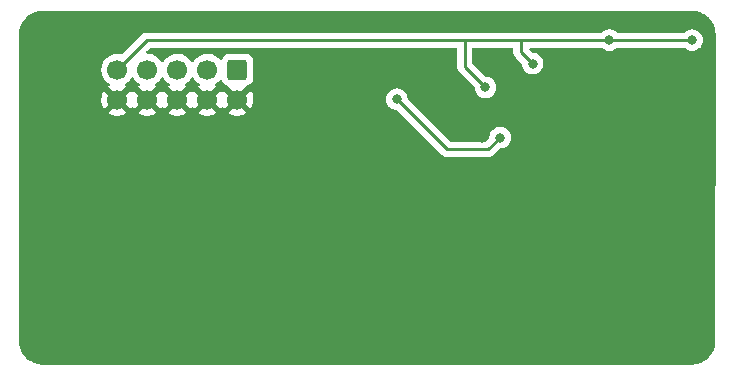
<source format=gbr>
%TF.GenerationSoftware,KiCad,Pcbnew,(6.0.5)*%
%TF.CreationDate,2022-09-01T18:41:32+02:00*%
%TF.ProjectId,4_Touch_Sensor_Board,345f546f-7563-4685-9f53-656e736f725f,rev?*%
%TF.SameCoordinates,Original*%
%TF.FileFunction,Copper,L2,Bot*%
%TF.FilePolarity,Positive*%
%FSLAX46Y46*%
G04 Gerber Fmt 4.6, Leading zero omitted, Abs format (unit mm)*
G04 Created by KiCad (PCBNEW (6.0.5)) date 2022-09-01 18:41:32*
%MOMM*%
%LPD*%
G01*
G04 APERTURE LIST*
G04 Aperture macros list*
%AMRoundRect*
0 Rectangle with rounded corners*
0 $1 Rounding radius*
0 $2 $3 $4 $5 $6 $7 $8 $9 X,Y pos of 4 corners*
0 Add a 4 corners polygon primitive as box body*
4,1,4,$2,$3,$4,$5,$6,$7,$8,$9,$2,$3,0*
0 Add four circle primitives for the rounded corners*
1,1,$1+$1,$2,$3*
1,1,$1+$1,$4,$5*
1,1,$1+$1,$6,$7*
1,1,$1+$1,$8,$9*
0 Add four rect primitives between the rounded corners*
20,1,$1+$1,$2,$3,$4,$5,0*
20,1,$1+$1,$4,$5,$6,$7,0*
20,1,$1+$1,$6,$7,$8,$9,0*
20,1,$1+$1,$8,$9,$2,$3,0*%
G04 Aperture macros list end*
%TA.AperFunction,ComponentPad*%
%ADD10RoundRect,0.250000X-0.600000X0.600000X-0.600000X-0.600000X0.600000X-0.600000X0.600000X0.600000X0*%
%TD*%
%TA.AperFunction,ComponentPad*%
%ADD11C,1.700000*%
%TD*%
%TA.AperFunction,ViaPad*%
%ADD12C,0.800000*%
%TD*%
%TA.AperFunction,Conductor*%
%ADD13C,0.250000*%
%TD*%
G04 APERTURE END LIST*
D10*
%TO.P,J1,1,Pin_1*%
%TO.N,Out_0*%
X99000000Y-55500000D03*
D11*
%TO.P,J1,2,Pin_2*%
%TO.N,GND*%
X99000000Y-58040000D03*
%TO.P,J1,3,Pin_3*%
%TO.N,Out_1*%
X96460000Y-55500000D03*
%TO.P,J1,4,Pin_4*%
%TO.N,GND*%
X96460000Y-58040000D03*
%TO.P,J1,5,Pin_5*%
%TO.N,Out_2*%
X93920000Y-55500000D03*
%TO.P,J1,6,Pin_6*%
%TO.N,GND*%
X93920000Y-58040000D03*
%TO.P,J1,7,Pin_7*%
%TO.N,Out_3*%
X91380000Y-55500000D03*
%TO.P,J1,8,Pin_8*%
%TO.N,GND*%
X91380000Y-58040000D03*
%TO.P,J1,9,Pin_9*%
%TO.N,+3V3*%
X88840000Y-55500000D03*
%TO.P,J1,10,Pin_10*%
%TO.N,GND*%
X88840000Y-58040000D03*
%TD*%
D12*
%TO.N,GND*%
X119750000Y-61250000D03*
X121000000Y-64000000D03*
X130000000Y-60000000D03*
X111250000Y-55252000D03*
X106000000Y-64000000D03*
X137000000Y-64000000D03*
X137500000Y-59250000D03*
X117500000Y-57000000D03*
X124000000Y-60000000D03*
X90000000Y-64000000D03*
%TO.N,+3V3*%
X120000000Y-57000000D03*
X137500000Y-53000000D03*
X130500000Y-53000000D03*
X124000000Y-55000000D03*
%TO.N,Net-(JP4-Pad2)*%
X121250000Y-61250000D03*
X112500000Y-58000000D03*
%TD*%
D13*
%TO.N,+3V3*%
X123000000Y-54000000D02*
X124000000Y-55000000D01*
X130500000Y-53000000D02*
X137500000Y-53000000D01*
X118250000Y-55250000D02*
X120000000Y-57000000D01*
X91340000Y-53000000D02*
X116750000Y-53000000D01*
X118250000Y-53000000D02*
X118250000Y-53500000D01*
X116750000Y-53000000D02*
X118250000Y-53000000D01*
X118250000Y-53500000D02*
X118250000Y-55250000D01*
X88840000Y-55500000D02*
X91340000Y-53000000D01*
X123000000Y-53000000D02*
X123000000Y-54000000D01*
X123000000Y-53000000D02*
X130500000Y-53000000D01*
X118250000Y-53000000D02*
X123000000Y-53000000D01*
%TO.N,Net-(JP4-Pad2)*%
X120250000Y-62250000D02*
X121250000Y-61250000D01*
X116750000Y-62250000D02*
X120250000Y-62250000D01*
X112500000Y-58000000D02*
X116750000Y-62250000D01*
%TD*%
%TA.AperFunction,Conductor*%
%TO.N,GND*%
G36*
X137470018Y-50510000D02*
G01*
X137484851Y-50512310D01*
X137484855Y-50512310D01*
X137493724Y-50513691D01*
X137510012Y-50511561D01*
X137534589Y-50510767D01*
X137561441Y-50512527D01*
X137751701Y-50524998D01*
X137768041Y-50527149D01*
X137887691Y-50550949D01*
X138007343Y-50574749D01*
X138023257Y-50579013D01*
X138138776Y-50618227D01*
X138254292Y-50657439D01*
X138269519Y-50663746D01*
X138488342Y-50771657D01*
X138502616Y-50779898D01*
X138705478Y-50915447D01*
X138718553Y-50925480D01*
X138901993Y-51086352D01*
X138913648Y-51098007D01*
X139074520Y-51281447D01*
X139084553Y-51294522D01*
X139220102Y-51497384D01*
X139228343Y-51511658D01*
X139336254Y-51730481D01*
X139342561Y-51745708D01*
X139420986Y-51976740D01*
X139425252Y-51992660D01*
X139472851Y-52231959D01*
X139475002Y-52248299D01*
X139488763Y-52458236D01*
X139487733Y-52481350D01*
X139487690Y-52484853D01*
X139486309Y-52493724D01*
X139490409Y-52525074D01*
X139491471Y-52541488D01*
X139473767Y-78432736D01*
X139472266Y-78452033D01*
X139468542Y-78475950D01*
X139470672Y-78492240D01*
X139471466Y-78516817D01*
X139457232Y-78733927D01*
X139455081Y-78750266D01*
X139407480Y-78989565D01*
X139403214Y-79005486D01*
X139324787Y-79236517D01*
X139318480Y-79251743D01*
X139210565Y-79470570D01*
X139202324Y-79484843D01*
X139066774Y-79687707D01*
X139056748Y-79700774D01*
X138895858Y-79884232D01*
X138884232Y-79895858D01*
X138700774Y-80056748D01*
X138687707Y-80066774D01*
X138484843Y-80202324D01*
X138470570Y-80210565D01*
X138251743Y-80318480D01*
X138236517Y-80324787D01*
X138121001Y-80364001D01*
X138005482Y-80403215D01*
X137989565Y-80407480D01*
X137750266Y-80455081D01*
X137733926Y-80457232D01*
X137523983Y-80470995D01*
X137500860Y-80469966D01*
X137497377Y-80469924D01*
X137488502Y-80468542D01*
X137456945Y-80472669D01*
X137440606Y-80473733D01*
X82567139Y-80473733D01*
X82547751Y-80472232D01*
X82532927Y-80469924D01*
X82532925Y-80469924D01*
X82524050Y-80468542D01*
X82507760Y-80470672D01*
X82483185Y-80471466D01*
X82400012Y-80466013D01*
X82266073Y-80457232D01*
X82249734Y-80455081D01*
X82010435Y-80407480D01*
X81994518Y-80403215D01*
X81878999Y-80364001D01*
X81763483Y-80324787D01*
X81748257Y-80318480D01*
X81529430Y-80210565D01*
X81515157Y-80202324D01*
X81312293Y-80066774D01*
X81299226Y-80056748D01*
X81115768Y-79895858D01*
X81104142Y-79884232D01*
X80943252Y-79700774D01*
X80933226Y-79687707D01*
X80797676Y-79484843D01*
X80789435Y-79470570D01*
X80681520Y-79251743D01*
X80675213Y-79236517D01*
X80596786Y-79005486D01*
X80592520Y-78989565D01*
X80544919Y-78750266D01*
X80542768Y-78733926D01*
X80529005Y-78523983D01*
X80530034Y-78500860D01*
X80530076Y-78497377D01*
X80531458Y-78488502D01*
X80527301Y-78456719D01*
X80526238Y-78440474D01*
X80526238Y-78439688D01*
X80513057Y-59164853D01*
X88079977Y-59164853D01*
X88085258Y-59171907D01*
X88246756Y-59266279D01*
X88256042Y-59270729D01*
X88455001Y-59346703D01*
X88464899Y-59349579D01*
X88673595Y-59392038D01*
X88683823Y-59393257D01*
X88896650Y-59401062D01*
X88906936Y-59400595D01*
X89118185Y-59373534D01*
X89128262Y-59371392D01*
X89332255Y-59310191D01*
X89341842Y-59306433D01*
X89533098Y-59212738D01*
X89541944Y-59207465D01*
X89589247Y-59173723D01*
X89596211Y-59164853D01*
X90619977Y-59164853D01*
X90625258Y-59171907D01*
X90786756Y-59266279D01*
X90796042Y-59270729D01*
X90995001Y-59346703D01*
X91004899Y-59349579D01*
X91213595Y-59392038D01*
X91223823Y-59393257D01*
X91436650Y-59401062D01*
X91446936Y-59400595D01*
X91658185Y-59373534D01*
X91668262Y-59371392D01*
X91872255Y-59310191D01*
X91881842Y-59306433D01*
X92073098Y-59212738D01*
X92081944Y-59207465D01*
X92129247Y-59173723D01*
X92136211Y-59164853D01*
X93159977Y-59164853D01*
X93165258Y-59171907D01*
X93326756Y-59266279D01*
X93336042Y-59270729D01*
X93535001Y-59346703D01*
X93544899Y-59349579D01*
X93753595Y-59392038D01*
X93763823Y-59393257D01*
X93976650Y-59401062D01*
X93986936Y-59400595D01*
X94198185Y-59373534D01*
X94208262Y-59371392D01*
X94412255Y-59310191D01*
X94421842Y-59306433D01*
X94613098Y-59212738D01*
X94621944Y-59207465D01*
X94669247Y-59173723D01*
X94676211Y-59164853D01*
X95699977Y-59164853D01*
X95705258Y-59171907D01*
X95866756Y-59266279D01*
X95876042Y-59270729D01*
X96075001Y-59346703D01*
X96084899Y-59349579D01*
X96293595Y-59392038D01*
X96303823Y-59393257D01*
X96516650Y-59401062D01*
X96526936Y-59400595D01*
X96738185Y-59373534D01*
X96748262Y-59371392D01*
X96952255Y-59310191D01*
X96961842Y-59306433D01*
X97153098Y-59212738D01*
X97161944Y-59207465D01*
X97209247Y-59173723D01*
X97216211Y-59164853D01*
X98239977Y-59164853D01*
X98245258Y-59171907D01*
X98406756Y-59266279D01*
X98416042Y-59270729D01*
X98615001Y-59346703D01*
X98624899Y-59349579D01*
X98833595Y-59392038D01*
X98843823Y-59393257D01*
X99056650Y-59401062D01*
X99066936Y-59400595D01*
X99278185Y-59373534D01*
X99288262Y-59371392D01*
X99492255Y-59310191D01*
X99501842Y-59306433D01*
X99693098Y-59212738D01*
X99701944Y-59207465D01*
X99749247Y-59173723D01*
X99757648Y-59163023D01*
X99750660Y-59149870D01*
X99012812Y-58412022D01*
X98998868Y-58404408D01*
X98997035Y-58404539D01*
X98990420Y-58408790D01*
X98246737Y-59152473D01*
X98239977Y-59164853D01*
X97216211Y-59164853D01*
X97217648Y-59163023D01*
X97210660Y-59149870D01*
X96472812Y-58412022D01*
X96458868Y-58404408D01*
X96457035Y-58404539D01*
X96450420Y-58408790D01*
X95706737Y-59152473D01*
X95699977Y-59164853D01*
X94676211Y-59164853D01*
X94677648Y-59163023D01*
X94670660Y-59149870D01*
X93932812Y-58412022D01*
X93918868Y-58404408D01*
X93917035Y-58404539D01*
X93910420Y-58408790D01*
X93166737Y-59152473D01*
X93159977Y-59164853D01*
X92136211Y-59164853D01*
X92137648Y-59163023D01*
X92130660Y-59149870D01*
X91392812Y-58412022D01*
X91378868Y-58404408D01*
X91377035Y-58404539D01*
X91370420Y-58408790D01*
X90626737Y-59152473D01*
X90619977Y-59164853D01*
X89596211Y-59164853D01*
X89597648Y-59163023D01*
X89590660Y-59149870D01*
X88852812Y-58412022D01*
X88838868Y-58404408D01*
X88837035Y-58404539D01*
X88830420Y-58408790D01*
X88086737Y-59152473D01*
X88079977Y-59164853D01*
X80513057Y-59164853D01*
X80512269Y-58011863D01*
X87478050Y-58011863D01*
X87490309Y-58224477D01*
X87491745Y-58234697D01*
X87538565Y-58442446D01*
X87541645Y-58452275D01*
X87621770Y-58649603D01*
X87626413Y-58658794D01*
X87706460Y-58789420D01*
X87716916Y-58798880D01*
X87725694Y-58795096D01*
X88467978Y-58052812D01*
X88474356Y-58041132D01*
X89204408Y-58041132D01*
X89204539Y-58042965D01*
X89208790Y-58049580D01*
X89950474Y-58791264D01*
X89962484Y-58797823D01*
X89974223Y-58788855D01*
X90008022Y-58741819D01*
X90009149Y-58742629D01*
X90056659Y-58698881D01*
X90126596Y-58686661D01*
X90192038Y-58714191D01*
X90219870Y-58746029D01*
X90246459Y-58789419D01*
X90256916Y-58798880D01*
X90265694Y-58795096D01*
X91007978Y-58052812D01*
X91014356Y-58041132D01*
X91744408Y-58041132D01*
X91744539Y-58042965D01*
X91748790Y-58049580D01*
X92490474Y-58791264D01*
X92502484Y-58797823D01*
X92514223Y-58788855D01*
X92548022Y-58741819D01*
X92549149Y-58742629D01*
X92596659Y-58698881D01*
X92666596Y-58686661D01*
X92732038Y-58714191D01*
X92759870Y-58746029D01*
X92786459Y-58789419D01*
X92796916Y-58798880D01*
X92805694Y-58795096D01*
X93547978Y-58052812D01*
X93554356Y-58041132D01*
X94284408Y-58041132D01*
X94284539Y-58042965D01*
X94288790Y-58049580D01*
X95030474Y-58791264D01*
X95042484Y-58797823D01*
X95054223Y-58788855D01*
X95088022Y-58741819D01*
X95089149Y-58742629D01*
X95136659Y-58698881D01*
X95206596Y-58686661D01*
X95272038Y-58714191D01*
X95299870Y-58746029D01*
X95326459Y-58789419D01*
X95336916Y-58798880D01*
X95345694Y-58795096D01*
X96087978Y-58052812D01*
X96094356Y-58041132D01*
X96824408Y-58041132D01*
X96824539Y-58042965D01*
X96828790Y-58049580D01*
X97570474Y-58791264D01*
X97582484Y-58797823D01*
X97594223Y-58788855D01*
X97628022Y-58741819D01*
X97629149Y-58742629D01*
X97676659Y-58698881D01*
X97746596Y-58686661D01*
X97812038Y-58714191D01*
X97839870Y-58746029D01*
X97866459Y-58789419D01*
X97876916Y-58798880D01*
X97885694Y-58795096D01*
X98627978Y-58052812D01*
X98634356Y-58041132D01*
X99364408Y-58041132D01*
X99364539Y-58042965D01*
X99368790Y-58049580D01*
X100110474Y-58791264D01*
X100122484Y-58797823D01*
X100134223Y-58788855D01*
X100165004Y-58746019D01*
X100170315Y-58737180D01*
X100264670Y-58546267D01*
X100268469Y-58536672D01*
X100330376Y-58332915D01*
X100332555Y-58322834D01*
X100360590Y-58109887D01*
X100361109Y-58103212D01*
X100362572Y-58043364D01*
X100362378Y-58036646D01*
X100359365Y-58000000D01*
X111586496Y-58000000D01*
X111606458Y-58189928D01*
X111665473Y-58371556D01*
X111760960Y-58536944D01*
X111765378Y-58541851D01*
X111765379Y-58541852D01*
X111870674Y-58658794D01*
X111888747Y-58678866D01*
X112043248Y-58791118D01*
X112049276Y-58793802D01*
X112049278Y-58793803D01*
X112211681Y-58866109D01*
X112217712Y-58868794D01*
X112311113Y-58888647D01*
X112398056Y-58907128D01*
X112398061Y-58907128D01*
X112404513Y-58908500D01*
X112460406Y-58908500D01*
X112528527Y-58928502D01*
X112549501Y-58945405D01*
X116246343Y-62642247D01*
X116253887Y-62650537D01*
X116258000Y-62657018D01*
X116263777Y-62662443D01*
X116307667Y-62703658D01*
X116310509Y-62706413D01*
X116330231Y-62726135D01*
X116333355Y-62728558D01*
X116333359Y-62728562D01*
X116333424Y-62728612D01*
X116342445Y-62736317D01*
X116374679Y-62766586D01*
X116381627Y-62770405D01*
X116381629Y-62770407D01*
X116392432Y-62776346D01*
X116408959Y-62787202D01*
X116418698Y-62794757D01*
X116418700Y-62794758D01*
X116424960Y-62799614D01*
X116465540Y-62817174D01*
X116476188Y-62822391D01*
X116500976Y-62836018D01*
X116514940Y-62843695D01*
X116522616Y-62845666D01*
X116522619Y-62845667D01*
X116534562Y-62848733D01*
X116553267Y-62855137D01*
X116571855Y-62863181D01*
X116579678Y-62864420D01*
X116579688Y-62864423D01*
X116615524Y-62870099D01*
X116627144Y-62872505D01*
X116658959Y-62880673D01*
X116669970Y-62883500D01*
X116690224Y-62883500D01*
X116709934Y-62885051D01*
X116729943Y-62888220D01*
X116737835Y-62887474D01*
X116756580Y-62885702D01*
X116773962Y-62884059D01*
X116785819Y-62883500D01*
X120171233Y-62883500D01*
X120182416Y-62884027D01*
X120189909Y-62885702D01*
X120197835Y-62885453D01*
X120197836Y-62885453D01*
X120257986Y-62883562D01*
X120261945Y-62883500D01*
X120289856Y-62883500D01*
X120293791Y-62883003D01*
X120293856Y-62882995D01*
X120305693Y-62882062D01*
X120337951Y-62881048D01*
X120341970Y-62880922D01*
X120349889Y-62880673D01*
X120369343Y-62875021D01*
X120388700Y-62871013D01*
X120400930Y-62869468D01*
X120400931Y-62869468D01*
X120408797Y-62868474D01*
X120416168Y-62865555D01*
X120416170Y-62865555D01*
X120449912Y-62852196D01*
X120461142Y-62848351D01*
X120495983Y-62838229D01*
X120495984Y-62838229D01*
X120503593Y-62836018D01*
X120510412Y-62831985D01*
X120510417Y-62831983D01*
X120521028Y-62825707D01*
X120538776Y-62817012D01*
X120557617Y-62809552D01*
X120593387Y-62783564D01*
X120603307Y-62777048D01*
X120634535Y-62758580D01*
X120634538Y-62758578D01*
X120641362Y-62754542D01*
X120655683Y-62740221D01*
X120670717Y-62727380D01*
X120672431Y-62726135D01*
X120687107Y-62715472D01*
X120715298Y-62681395D01*
X120723288Y-62672616D01*
X121200499Y-62195405D01*
X121262811Y-62161379D01*
X121289594Y-62158500D01*
X121345487Y-62158500D01*
X121351939Y-62157128D01*
X121351944Y-62157128D01*
X121438888Y-62138647D01*
X121532288Y-62118794D01*
X121538319Y-62116109D01*
X121700722Y-62043803D01*
X121700724Y-62043802D01*
X121706752Y-62041118D01*
X121861253Y-61928866D01*
X121989040Y-61786944D01*
X122084527Y-61621556D01*
X122143542Y-61439928D01*
X122163504Y-61250000D01*
X122143542Y-61060072D01*
X122084527Y-60878444D01*
X121989040Y-60713056D01*
X121861253Y-60571134D01*
X121706752Y-60458882D01*
X121700724Y-60456198D01*
X121700722Y-60456197D01*
X121538319Y-60383891D01*
X121538318Y-60383891D01*
X121532288Y-60381206D01*
X121438887Y-60361353D01*
X121351944Y-60342872D01*
X121351939Y-60342872D01*
X121345487Y-60341500D01*
X121154513Y-60341500D01*
X121148061Y-60342872D01*
X121148056Y-60342872D01*
X121061113Y-60361353D01*
X120967712Y-60381206D01*
X120961682Y-60383891D01*
X120961681Y-60383891D01*
X120799278Y-60456197D01*
X120799276Y-60456198D01*
X120793248Y-60458882D01*
X120638747Y-60571134D01*
X120510960Y-60713056D01*
X120415473Y-60878444D01*
X120356458Y-61060072D01*
X120355768Y-61066633D01*
X120355768Y-61066635D01*
X120339093Y-61225292D01*
X120312080Y-61290949D01*
X120302878Y-61301218D01*
X120024499Y-61579596D01*
X119962187Y-61613621D01*
X119935404Y-61616500D01*
X117064594Y-61616500D01*
X116996473Y-61596498D01*
X116975499Y-61579595D01*
X113447122Y-58051217D01*
X113413096Y-57988905D01*
X113410907Y-57975292D01*
X113394232Y-57816635D01*
X113394232Y-57816633D01*
X113393542Y-57810072D01*
X113334527Y-57628444D01*
X113239040Y-57463056D01*
X113156705Y-57371613D01*
X113115675Y-57326045D01*
X113115674Y-57326044D01*
X113111253Y-57321134D01*
X112956752Y-57208882D01*
X112950724Y-57206198D01*
X112950722Y-57206197D01*
X112788319Y-57133891D01*
X112788318Y-57133891D01*
X112782288Y-57131206D01*
X112688888Y-57111353D01*
X112601944Y-57092872D01*
X112601939Y-57092872D01*
X112595487Y-57091500D01*
X112404513Y-57091500D01*
X112398061Y-57092872D01*
X112398056Y-57092872D01*
X112311112Y-57111353D01*
X112217712Y-57131206D01*
X112211682Y-57133891D01*
X112211681Y-57133891D01*
X112049278Y-57206197D01*
X112049276Y-57206198D01*
X112043248Y-57208882D01*
X111888747Y-57321134D01*
X111884326Y-57326044D01*
X111884325Y-57326045D01*
X111843296Y-57371613D01*
X111760960Y-57463056D01*
X111665473Y-57628444D01*
X111606458Y-57810072D01*
X111586496Y-58000000D01*
X100359365Y-58000000D01*
X100344781Y-57822604D01*
X100343096Y-57812424D01*
X100291214Y-57605875D01*
X100287894Y-57596124D01*
X100202972Y-57400814D01*
X100198105Y-57391739D01*
X100133063Y-57291197D01*
X100122377Y-57281995D01*
X100112812Y-57286398D01*
X99372022Y-58027188D01*
X99364408Y-58041132D01*
X98634356Y-58041132D01*
X98635592Y-58038868D01*
X98635461Y-58037035D01*
X98631210Y-58030420D01*
X97889849Y-57289059D01*
X97878313Y-57282759D01*
X97866028Y-57292384D01*
X97833192Y-57340520D01*
X97778281Y-57385523D01*
X97707756Y-57393694D01*
X97644009Y-57362440D01*
X97623311Y-57337955D01*
X97593062Y-57291197D01*
X97582377Y-57281995D01*
X97572812Y-57286398D01*
X96832022Y-58027188D01*
X96824408Y-58041132D01*
X96094356Y-58041132D01*
X96095592Y-58038868D01*
X96095461Y-58037035D01*
X96091210Y-58030420D01*
X95349849Y-57289059D01*
X95338313Y-57282759D01*
X95326028Y-57292384D01*
X95293192Y-57340520D01*
X95238281Y-57385523D01*
X95167756Y-57393694D01*
X95104009Y-57362440D01*
X95083311Y-57337955D01*
X95053062Y-57291197D01*
X95042377Y-57281995D01*
X95032812Y-57286398D01*
X94292022Y-58027188D01*
X94284408Y-58041132D01*
X93554356Y-58041132D01*
X93555592Y-58038868D01*
X93555461Y-58037035D01*
X93551210Y-58030420D01*
X92809849Y-57289059D01*
X92798313Y-57282759D01*
X92786028Y-57292384D01*
X92753192Y-57340520D01*
X92698281Y-57385523D01*
X92627756Y-57393694D01*
X92564009Y-57362440D01*
X92543311Y-57337955D01*
X92513062Y-57291197D01*
X92502377Y-57281995D01*
X92492812Y-57286398D01*
X91752022Y-58027188D01*
X91744408Y-58041132D01*
X91014356Y-58041132D01*
X91015592Y-58038868D01*
X91015461Y-58037035D01*
X91011210Y-58030420D01*
X90269849Y-57289059D01*
X90258313Y-57282759D01*
X90246028Y-57292384D01*
X90213192Y-57340520D01*
X90158281Y-57385523D01*
X90087756Y-57393694D01*
X90024009Y-57362440D01*
X90003311Y-57337955D01*
X89973062Y-57291197D01*
X89962377Y-57281995D01*
X89952812Y-57286398D01*
X89212022Y-58027188D01*
X89204408Y-58041132D01*
X88474356Y-58041132D01*
X88475592Y-58038868D01*
X88475461Y-58037035D01*
X88471210Y-58030420D01*
X87729849Y-57289059D01*
X87718313Y-57282759D01*
X87706031Y-57292382D01*
X87658089Y-57362662D01*
X87653004Y-57371613D01*
X87563338Y-57564783D01*
X87559775Y-57574470D01*
X87502864Y-57779681D01*
X87500933Y-57789800D01*
X87478302Y-58001574D01*
X87478050Y-58011863D01*
X80512269Y-58011863D01*
X80510528Y-55466695D01*
X87477251Y-55466695D01*
X87477548Y-55471848D01*
X87477548Y-55471851D01*
X87488148Y-55655683D01*
X87490110Y-55689715D01*
X87491247Y-55694761D01*
X87491248Y-55694767D01*
X87495875Y-55715298D01*
X87539222Y-55907639D01*
X87571723Y-55987680D01*
X87613880Y-56091500D01*
X87623266Y-56114616D01*
X87674942Y-56198944D01*
X87737291Y-56300688D01*
X87739987Y-56305088D01*
X87886250Y-56473938D01*
X88058126Y-56616632D01*
X88131955Y-56659774D01*
X88180679Y-56711412D01*
X88193750Y-56781195D01*
X88167019Y-56846967D01*
X88126562Y-56880327D01*
X88118460Y-56884544D01*
X88109734Y-56890039D01*
X88089677Y-56905099D01*
X88081223Y-56916427D01*
X88087968Y-56928758D01*
X88827188Y-57667978D01*
X88841132Y-57675592D01*
X88842965Y-57675461D01*
X88849580Y-57671210D01*
X89593389Y-56927401D01*
X89600410Y-56914544D01*
X89593611Y-56905213D01*
X89589559Y-56902521D01*
X89552602Y-56882120D01*
X89502631Y-56831687D01*
X89487859Y-56762245D01*
X89512975Y-56695839D01*
X89540327Y-56669232D01*
X89563797Y-56652491D01*
X89719860Y-56541173D01*
X89878096Y-56383489D01*
X89919374Y-56326045D01*
X90008453Y-56202077D01*
X90009776Y-56203028D01*
X90056645Y-56159857D01*
X90126580Y-56147625D01*
X90192026Y-56175144D01*
X90219875Y-56206994D01*
X90279987Y-56305088D01*
X90426250Y-56473938D01*
X90598126Y-56616632D01*
X90671955Y-56659774D01*
X90720679Y-56711412D01*
X90733750Y-56781195D01*
X90707019Y-56846967D01*
X90666562Y-56880327D01*
X90658460Y-56884544D01*
X90649734Y-56890039D01*
X90629677Y-56905099D01*
X90621223Y-56916427D01*
X90627968Y-56928758D01*
X91367188Y-57667978D01*
X91381132Y-57675592D01*
X91382965Y-57675461D01*
X91389580Y-57671210D01*
X92133389Y-56927401D01*
X92140410Y-56914544D01*
X92133611Y-56905213D01*
X92129559Y-56902521D01*
X92092602Y-56882120D01*
X92042631Y-56831687D01*
X92027859Y-56762245D01*
X92052975Y-56695839D01*
X92080327Y-56669232D01*
X92103797Y-56652491D01*
X92259860Y-56541173D01*
X92418096Y-56383489D01*
X92459374Y-56326045D01*
X92548453Y-56202077D01*
X92549776Y-56203028D01*
X92596645Y-56159857D01*
X92666580Y-56147625D01*
X92732026Y-56175144D01*
X92759875Y-56206994D01*
X92819987Y-56305088D01*
X92966250Y-56473938D01*
X93138126Y-56616632D01*
X93211955Y-56659774D01*
X93260679Y-56711412D01*
X93273750Y-56781195D01*
X93247019Y-56846967D01*
X93206562Y-56880327D01*
X93198460Y-56884544D01*
X93189734Y-56890039D01*
X93169677Y-56905099D01*
X93161223Y-56916427D01*
X93167968Y-56928758D01*
X93907188Y-57667978D01*
X93921132Y-57675592D01*
X93922965Y-57675461D01*
X93929580Y-57671210D01*
X94673389Y-56927401D01*
X94680410Y-56914544D01*
X94673611Y-56905213D01*
X94669559Y-56902521D01*
X94632602Y-56882120D01*
X94582631Y-56831687D01*
X94567859Y-56762245D01*
X94592975Y-56695839D01*
X94620327Y-56669232D01*
X94643797Y-56652491D01*
X94799860Y-56541173D01*
X94958096Y-56383489D01*
X94999374Y-56326045D01*
X95088453Y-56202077D01*
X95089776Y-56203028D01*
X95136645Y-56159857D01*
X95206580Y-56147625D01*
X95272026Y-56175144D01*
X95299875Y-56206994D01*
X95359987Y-56305088D01*
X95506250Y-56473938D01*
X95678126Y-56616632D01*
X95751955Y-56659774D01*
X95800679Y-56711412D01*
X95813750Y-56781195D01*
X95787019Y-56846967D01*
X95746562Y-56880327D01*
X95738460Y-56884544D01*
X95729734Y-56890039D01*
X95709677Y-56905099D01*
X95701223Y-56916427D01*
X95707968Y-56928758D01*
X96447188Y-57667978D01*
X96461132Y-57675592D01*
X96462965Y-57675461D01*
X96469580Y-57671210D01*
X97213389Y-56927401D01*
X97220410Y-56914544D01*
X97213611Y-56905213D01*
X97209559Y-56902521D01*
X97172602Y-56882120D01*
X97122631Y-56831687D01*
X97107859Y-56762245D01*
X97132975Y-56695839D01*
X97160327Y-56669232D01*
X97183797Y-56652491D01*
X97339860Y-56541173D01*
X97498096Y-56383489D01*
X97498671Y-56384066D01*
X97554391Y-56347562D01*
X97625385Y-56346939D01*
X97685446Y-56384796D01*
X97705051Y-56414691D01*
X97706133Y-56417000D01*
X97708450Y-56423946D01*
X97801522Y-56574348D01*
X97926697Y-56699305D01*
X97932927Y-56703145D01*
X97932928Y-56703146D01*
X98070090Y-56787694D01*
X98077262Y-56792115D01*
X98131401Y-56810072D01*
X98152219Y-56816977D01*
X98210579Y-56857407D01*
X98221299Y-56883211D01*
X98222650Y-56882472D01*
X98247968Y-56928758D01*
X98987188Y-57667978D01*
X99001132Y-57675592D01*
X99002965Y-57675461D01*
X99009580Y-57671210D01*
X99753389Y-56927401D01*
X99776183Y-56885659D01*
X99778357Y-56875666D01*
X99828561Y-56825466D01*
X99849066Y-56816532D01*
X99887246Y-56803794D01*
X99923946Y-56791550D01*
X100074348Y-56698478D01*
X100199305Y-56573303D01*
X100221357Y-56537529D01*
X100288275Y-56428968D01*
X100288276Y-56428966D01*
X100292115Y-56422738D01*
X100318564Y-56342995D01*
X100345632Y-56261389D01*
X100345632Y-56261387D01*
X100347797Y-56254861D01*
X100358500Y-56150400D01*
X100358500Y-54849600D01*
X100358163Y-54846350D01*
X100348238Y-54750692D01*
X100348237Y-54750688D01*
X100347526Y-54743834D01*
X100313598Y-54642138D01*
X100293868Y-54583002D01*
X100291550Y-54576054D01*
X100198478Y-54425652D01*
X100073303Y-54300695D01*
X100039021Y-54279563D01*
X99928968Y-54211725D01*
X99928966Y-54211724D01*
X99922738Y-54207885D01*
X99818084Y-54173173D01*
X99761389Y-54154368D01*
X99761387Y-54154368D01*
X99754861Y-54152203D01*
X99748025Y-54151503D01*
X99748022Y-54151502D01*
X99701640Y-54146750D01*
X99650400Y-54141500D01*
X98349600Y-54141500D01*
X98346354Y-54141837D01*
X98346350Y-54141837D01*
X98250692Y-54151762D01*
X98250688Y-54151763D01*
X98243834Y-54152474D01*
X98237298Y-54154655D01*
X98237296Y-54154655D01*
X98174631Y-54175562D01*
X98076054Y-54208450D01*
X97925652Y-54301522D01*
X97920479Y-54306704D01*
X97862686Y-54364598D01*
X97800695Y-54426697D01*
X97796855Y-54432927D01*
X97796854Y-54432928D01*
X97751275Y-54506870D01*
X97707885Y-54577262D01*
X97705579Y-54584213D01*
X97703561Y-54588542D01*
X97656644Y-54641828D01*
X97588367Y-54661290D01*
X97520407Y-54640749D01*
X97496172Y-54620094D01*
X97393152Y-54506876D01*
X97393142Y-54506867D01*
X97389670Y-54503051D01*
X97385619Y-54499852D01*
X97385615Y-54499848D01*
X97218414Y-54367800D01*
X97218410Y-54367798D01*
X97214359Y-54364598D01*
X97193906Y-54353307D01*
X97135624Y-54321134D01*
X97018789Y-54256638D01*
X97013920Y-54254914D01*
X97013916Y-54254912D01*
X96813087Y-54183795D01*
X96813083Y-54183794D01*
X96808212Y-54182069D01*
X96803119Y-54181162D01*
X96803116Y-54181161D01*
X96593373Y-54143800D01*
X96593367Y-54143799D01*
X96588284Y-54142894D01*
X96514452Y-54141992D01*
X96370081Y-54140228D01*
X96370079Y-54140228D01*
X96364911Y-54140165D01*
X96144091Y-54173955D01*
X95931756Y-54243357D01*
X95901443Y-54259137D01*
X95811678Y-54305866D01*
X95733607Y-54346507D01*
X95729474Y-54349610D01*
X95729471Y-54349612D01*
X95564750Y-54473288D01*
X95554965Y-54480635D01*
X95400629Y-54642138D01*
X95293201Y-54799621D01*
X95238293Y-54844621D01*
X95167768Y-54852792D01*
X95104021Y-54821538D01*
X95083324Y-54797054D01*
X95002822Y-54672617D01*
X95002820Y-54672614D01*
X95000014Y-54668277D01*
X94849670Y-54503051D01*
X94845619Y-54499852D01*
X94845615Y-54499848D01*
X94678414Y-54367800D01*
X94678410Y-54367798D01*
X94674359Y-54364598D01*
X94653906Y-54353307D01*
X94595624Y-54321134D01*
X94478789Y-54256638D01*
X94473920Y-54254914D01*
X94473916Y-54254912D01*
X94273087Y-54183795D01*
X94273083Y-54183794D01*
X94268212Y-54182069D01*
X94263119Y-54181162D01*
X94263116Y-54181161D01*
X94053373Y-54143800D01*
X94053367Y-54143799D01*
X94048284Y-54142894D01*
X93974452Y-54141992D01*
X93830081Y-54140228D01*
X93830079Y-54140228D01*
X93824911Y-54140165D01*
X93604091Y-54173955D01*
X93391756Y-54243357D01*
X93361443Y-54259137D01*
X93271678Y-54305866D01*
X93193607Y-54346507D01*
X93189474Y-54349610D01*
X93189471Y-54349612D01*
X93024750Y-54473288D01*
X93014965Y-54480635D01*
X92860629Y-54642138D01*
X92753201Y-54799621D01*
X92698293Y-54844621D01*
X92627768Y-54852792D01*
X92564021Y-54821538D01*
X92543324Y-54797054D01*
X92462822Y-54672617D01*
X92462820Y-54672614D01*
X92460014Y-54668277D01*
X92309670Y-54503051D01*
X92305619Y-54499852D01*
X92305615Y-54499848D01*
X92138414Y-54367800D01*
X92138410Y-54367798D01*
X92134359Y-54364598D01*
X92113906Y-54353307D01*
X92055624Y-54321134D01*
X91938789Y-54256638D01*
X91933920Y-54254914D01*
X91933916Y-54254912D01*
X91733087Y-54183795D01*
X91733083Y-54183794D01*
X91728212Y-54182069D01*
X91723119Y-54181162D01*
X91723116Y-54181161D01*
X91513373Y-54143800D01*
X91513367Y-54143799D01*
X91508284Y-54142894D01*
X91397011Y-54141535D01*
X91329141Y-54120702D01*
X91283307Y-54066483D01*
X91274062Y-53996091D01*
X91304341Y-53931875D01*
X91309456Y-53926449D01*
X91565500Y-53670405D01*
X91627812Y-53636379D01*
X91654595Y-53633500D01*
X117490500Y-53633500D01*
X117558621Y-53653502D01*
X117605114Y-53707158D01*
X117616500Y-53759500D01*
X117616500Y-55171233D01*
X117615973Y-55182416D01*
X117614298Y-55189909D01*
X117614547Y-55197835D01*
X117614547Y-55197836D01*
X117616438Y-55257986D01*
X117616500Y-55261945D01*
X117616500Y-55289856D01*
X117616997Y-55293790D01*
X117616997Y-55293791D01*
X117617005Y-55293856D01*
X117617938Y-55305693D01*
X117619327Y-55349889D01*
X117623796Y-55365271D01*
X117624978Y-55369339D01*
X117628987Y-55388700D01*
X117631526Y-55408797D01*
X117634445Y-55416168D01*
X117634445Y-55416170D01*
X117647804Y-55449912D01*
X117651649Y-55461142D01*
X117663982Y-55503593D01*
X117668015Y-55510412D01*
X117668017Y-55510417D01*
X117674293Y-55521028D01*
X117682988Y-55538776D01*
X117690448Y-55557617D01*
X117695110Y-55564033D01*
X117695110Y-55564034D01*
X117716436Y-55593387D01*
X117722952Y-55603307D01*
X117745458Y-55641362D01*
X117759779Y-55655683D01*
X117772619Y-55670716D01*
X117784528Y-55687107D01*
X117818605Y-55715298D01*
X117827384Y-55723288D01*
X119052878Y-56948783D01*
X119086904Y-57011095D01*
X119089093Y-57024706D01*
X119106458Y-57189928D01*
X119165473Y-57371556D01*
X119260960Y-57536944D01*
X119265378Y-57541851D01*
X119265379Y-57541852D01*
X119384325Y-57673955D01*
X119388747Y-57678866D01*
X119543248Y-57791118D01*
X119549276Y-57793802D01*
X119549278Y-57793803D01*
X119591102Y-57812424D01*
X119717712Y-57868794D01*
X119811112Y-57888647D01*
X119898056Y-57907128D01*
X119898061Y-57907128D01*
X119904513Y-57908500D01*
X120095487Y-57908500D01*
X120101939Y-57907128D01*
X120101944Y-57907128D01*
X120188888Y-57888647D01*
X120282288Y-57868794D01*
X120408898Y-57812424D01*
X120450722Y-57793803D01*
X120450724Y-57793802D01*
X120456752Y-57791118D01*
X120611253Y-57678866D01*
X120615675Y-57673955D01*
X120734621Y-57541852D01*
X120734622Y-57541851D01*
X120739040Y-57536944D01*
X120834527Y-57371556D01*
X120893542Y-57189928D01*
X120913504Y-57000000D01*
X120901947Y-56890039D01*
X120894232Y-56816635D01*
X120894232Y-56816633D01*
X120893542Y-56810072D01*
X120834527Y-56628444D01*
X120739040Y-56463056D01*
X120696483Y-56415791D01*
X120615675Y-56326045D01*
X120615674Y-56326044D01*
X120611253Y-56321134D01*
X120456752Y-56208882D01*
X120450724Y-56206198D01*
X120450722Y-56206197D01*
X120288319Y-56133891D01*
X120288318Y-56133891D01*
X120282288Y-56131206D01*
X120181718Y-56109829D01*
X120101944Y-56092872D01*
X120101939Y-56092872D01*
X120095487Y-56091500D01*
X120039594Y-56091500D01*
X119971473Y-56071498D01*
X119950499Y-56054595D01*
X118920405Y-55024500D01*
X118886379Y-54962188D01*
X118883500Y-54935405D01*
X118883500Y-53759500D01*
X118903502Y-53691379D01*
X118957158Y-53644886D01*
X119009500Y-53633500D01*
X122240500Y-53633500D01*
X122308621Y-53653502D01*
X122355114Y-53707158D01*
X122366500Y-53759500D01*
X122366500Y-53921233D01*
X122365973Y-53932416D01*
X122364298Y-53939909D01*
X122364547Y-53947835D01*
X122364547Y-53947836D01*
X122366438Y-54007986D01*
X122366500Y-54011945D01*
X122366500Y-54039856D01*
X122366997Y-54043790D01*
X122366997Y-54043791D01*
X122367005Y-54043856D01*
X122367938Y-54055693D01*
X122369327Y-54099889D01*
X122374978Y-54119339D01*
X122378987Y-54138700D01*
X122381526Y-54158797D01*
X122384445Y-54166168D01*
X122384445Y-54166170D01*
X122397804Y-54199912D01*
X122401649Y-54211142D01*
X122411771Y-54245983D01*
X122413982Y-54253593D01*
X122418015Y-54260412D01*
X122418017Y-54260417D01*
X122424293Y-54271028D01*
X122432988Y-54288776D01*
X122440448Y-54307617D01*
X122445110Y-54314033D01*
X122445110Y-54314034D01*
X122466436Y-54343387D01*
X122472952Y-54353307D01*
X122479630Y-54364598D01*
X122495458Y-54391362D01*
X122509779Y-54405683D01*
X122522619Y-54420716D01*
X122534528Y-54437107D01*
X122540634Y-54442158D01*
X122568605Y-54465298D01*
X122577384Y-54473288D01*
X123052878Y-54948782D01*
X123086904Y-55011094D01*
X123089093Y-55024707D01*
X123105740Y-55183093D01*
X123106458Y-55189928D01*
X123165473Y-55371556D01*
X123168776Y-55377278D01*
X123168777Y-55377279D01*
X123175371Y-55388700D01*
X123260960Y-55536944D01*
X123265378Y-55541851D01*
X123265379Y-55541852D01*
X123384325Y-55673955D01*
X123388747Y-55678866D01*
X123543248Y-55791118D01*
X123549276Y-55793802D01*
X123549278Y-55793803D01*
X123711681Y-55866109D01*
X123717712Y-55868794D01*
X123811112Y-55888647D01*
X123898056Y-55907128D01*
X123898061Y-55907128D01*
X123904513Y-55908500D01*
X124095487Y-55908500D01*
X124101939Y-55907128D01*
X124101944Y-55907128D01*
X124188888Y-55888647D01*
X124282288Y-55868794D01*
X124288319Y-55866109D01*
X124450722Y-55793803D01*
X124450724Y-55793802D01*
X124456752Y-55791118D01*
X124611253Y-55678866D01*
X124615675Y-55673955D01*
X124734621Y-55541852D01*
X124734622Y-55541851D01*
X124739040Y-55536944D01*
X124824629Y-55388700D01*
X124831223Y-55377279D01*
X124831224Y-55377278D01*
X124834527Y-55371556D01*
X124893542Y-55189928D01*
X124894261Y-55183093D01*
X124912814Y-55006565D01*
X124913504Y-55000000D01*
X124906715Y-54935405D01*
X124894232Y-54816635D01*
X124894232Y-54816633D01*
X124893542Y-54810072D01*
X124834527Y-54628444D01*
X124739040Y-54463056D01*
X124720224Y-54442158D01*
X124615675Y-54326045D01*
X124615674Y-54326044D01*
X124611253Y-54321134D01*
X124456752Y-54208882D01*
X124450724Y-54206198D01*
X124450722Y-54206197D01*
X124288319Y-54133891D01*
X124288318Y-54133891D01*
X124282288Y-54131206D01*
X124170747Y-54107497D01*
X124101944Y-54092872D01*
X124101939Y-54092872D01*
X124095487Y-54091500D01*
X124039595Y-54091500D01*
X123971474Y-54071498D01*
X123950499Y-54054595D01*
X123744500Y-53848595D01*
X123710475Y-53786283D01*
X123715540Y-53715467D01*
X123758087Y-53658632D01*
X123824608Y-53633821D01*
X123833596Y-53633500D01*
X129791800Y-53633500D01*
X129859921Y-53653502D01*
X129879147Y-53669843D01*
X129879420Y-53669540D01*
X129884332Y-53673963D01*
X129888747Y-53678866D01*
X130043248Y-53791118D01*
X130049276Y-53793802D01*
X130049278Y-53793803D01*
X130172344Y-53848595D01*
X130217712Y-53868794D01*
X130311112Y-53888647D01*
X130398056Y-53907128D01*
X130398061Y-53907128D01*
X130404513Y-53908500D01*
X130595487Y-53908500D01*
X130601939Y-53907128D01*
X130601944Y-53907128D01*
X130688887Y-53888647D01*
X130782288Y-53868794D01*
X130827656Y-53848595D01*
X130950722Y-53793803D01*
X130950724Y-53793802D01*
X130956752Y-53791118D01*
X131111253Y-53678866D01*
X131115668Y-53673963D01*
X131120580Y-53669540D01*
X131121705Y-53670789D01*
X131175014Y-53637949D01*
X131208200Y-53633500D01*
X136791800Y-53633500D01*
X136859921Y-53653502D01*
X136879147Y-53669843D01*
X136879420Y-53669540D01*
X136884332Y-53673963D01*
X136888747Y-53678866D01*
X137043248Y-53791118D01*
X137049276Y-53793802D01*
X137049278Y-53793803D01*
X137172344Y-53848595D01*
X137217712Y-53868794D01*
X137311112Y-53888647D01*
X137398056Y-53907128D01*
X137398061Y-53907128D01*
X137404513Y-53908500D01*
X137595487Y-53908500D01*
X137601939Y-53907128D01*
X137601944Y-53907128D01*
X137688887Y-53888647D01*
X137782288Y-53868794D01*
X137827656Y-53848595D01*
X137950722Y-53793803D01*
X137950724Y-53793802D01*
X137956752Y-53791118D01*
X138111253Y-53678866D01*
X138148095Y-53637949D01*
X138234621Y-53541852D01*
X138234622Y-53541851D01*
X138239040Y-53536944D01*
X138334527Y-53371556D01*
X138393542Y-53189928D01*
X138413504Y-53000000D01*
X138393542Y-52810072D01*
X138334527Y-52628444D01*
X138239040Y-52463056D01*
X138222882Y-52445110D01*
X138115675Y-52326045D01*
X138115674Y-52326044D01*
X138111253Y-52321134D01*
X137956752Y-52208882D01*
X137950724Y-52206198D01*
X137950722Y-52206197D01*
X137788319Y-52133891D01*
X137788318Y-52133891D01*
X137782288Y-52131206D01*
X137688887Y-52111353D01*
X137601944Y-52092872D01*
X137601939Y-52092872D01*
X137595487Y-52091500D01*
X137404513Y-52091500D01*
X137398061Y-52092872D01*
X137398056Y-52092872D01*
X137311112Y-52111353D01*
X137217712Y-52131206D01*
X137211682Y-52133891D01*
X137211681Y-52133891D01*
X137049278Y-52206197D01*
X137049276Y-52206198D01*
X137043248Y-52208882D01*
X136888747Y-52321134D01*
X136884332Y-52326037D01*
X136879420Y-52330460D01*
X136878295Y-52329211D01*
X136824986Y-52362051D01*
X136791800Y-52366500D01*
X131208200Y-52366500D01*
X131140079Y-52346498D01*
X131120853Y-52330157D01*
X131120580Y-52330460D01*
X131115668Y-52326037D01*
X131111253Y-52321134D01*
X130956752Y-52208882D01*
X130950724Y-52206198D01*
X130950722Y-52206197D01*
X130788319Y-52133891D01*
X130788318Y-52133891D01*
X130782288Y-52131206D01*
X130688887Y-52111353D01*
X130601944Y-52092872D01*
X130601939Y-52092872D01*
X130595487Y-52091500D01*
X130404513Y-52091500D01*
X130398061Y-52092872D01*
X130398056Y-52092872D01*
X130311112Y-52111353D01*
X130217712Y-52131206D01*
X130211682Y-52133891D01*
X130211681Y-52133891D01*
X130049278Y-52206197D01*
X130049276Y-52206198D01*
X130043248Y-52208882D01*
X129888747Y-52321134D01*
X129884332Y-52326037D01*
X129879420Y-52330460D01*
X129878295Y-52329211D01*
X129824986Y-52362051D01*
X129791800Y-52366500D01*
X123071793Y-52366500D01*
X123048184Y-52364268D01*
X123047881Y-52364210D01*
X123047877Y-52364210D01*
X123040094Y-52362725D01*
X122984049Y-52366251D01*
X122976138Y-52366500D01*
X118321793Y-52366500D01*
X118298184Y-52364268D01*
X118297881Y-52364210D01*
X118297877Y-52364210D01*
X118290094Y-52362725D01*
X118234049Y-52366251D01*
X118226138Y-52366500D01*
X91418767Y-52366500D01*
X91407584Y-52365973D01*
X91400091Y-52364298D01*
X91392165Y-52364547D01*
X91392164Y-52364547D01*
X91332001Y-52366438D01*
X91328043Y-52366500D01*
X91300144Y-52366500D01*
X91296154Y-52367004D01*
X91284320Y-52367936D01*
X91240111Y-52369326D01*
X91232497Y-52371538D01*
X91232492Y-52371539D01*
X91220659Y-52374977D01*
X91201296Y-52378988D01*
X91181203Y-52381526D01*
X91173836Y-52384443D01*
X91173831Y-52384444D01*
X91140092Y-52397802D01*
X91128865Y-52401646D01*
X91086407Y-52413982D01*
X91079581Y-52418019D01*
X91068972Y-52424293D01*
X91051224Y-52432988D01*
X91032383Y-52440448D01*
X91025967Y-52445110D01*
X91025966Y-52445110D01*
X90996613Y-52466436D01*
X90986693Y-52472952D01*
X90955465Y-52491420D01*
X90955462Y-52491422D01*
X90948638Y-52495458D01*
X90934317Y-52509779D01*
X90919284Y-52522619D01*
X90902893Y-52534528D01*
X90874702Y-52568605D01*
X90866712Y-52577384D01*
X89297345Y-54146750D01*
X89235033Y-54180776D01*
X89186154Y-54181702D01*
X88973373Y-54143800D01*
X88973367Y-54143799D01*
X88968284Y-54142894D01*
X88894452Y-54141992D01*
X88750081Y-54140228D01*
X88750079Y-54140228D01*
X88744911Y-54140165D01*
X88524091Y-54173955D01*
X88311756Y-54243357D01*
X88281443Y-54259137D01*
X88191678Y-54305866D01*
X88113607Y-54346507D01*
X88109474Y-54349610D01*
X88109471Y-54349612D01*
X87944750Y-54473288D01*
X87934965Y-54480635D01*
X87780629Y-54642138D01*
X87654743Y-54826680D01*
X87607716Y-54927992D01*
X87571244Y-55006565D01*
X87560688Y-55029305D01*
X87500989Y-55244570D01*
X87477251Y-55466695D01*
X80510528Y-55466695D01*
X80508536Y-52553118D01*
X80510283Y-52532128D01*
X80512769Y-52517353D01*
X80512770Y-52517343D01*
X80513576Y-52512552D01*
X80513729Y-52500000D01*
X80512003Y-52487947D01*
X80511001Y-52461845D01*
X80524998Y-52248299D01*
X80527149Y-52231959D01*
X80574748Y-51992660D01*
X80579014Y-51976740D01*
X80657439Y-51745708D01*
X80663746Y-51730481D01*
X80771657Y-51511658D01*
X80779898Y-51497384D01*
X80915447Y-51294522D01*
X80925480Y-51281447D01*
X81086352Y-51098007D01*
X81098007Y-51086352D01*
X81281447Y-50925480D01*
X81294522Y-50915447D01*
X81497384Y-50779898D01*
X81511658Y-50771657D01*
X81730481Y-50663746D01*
X81745708Y-50657439D01*
X81861224Y-50618227D01*
X81976743Y-50579013D01*
X81992657Y-50574749D01*
X82112309Y-50550949D01*
X82231959Y-50527149D01*
X82248299Y-50524998D01*
X82389563Y-50515738D01*
X82458237Y-50511237D01*
X82481350Y-50512267D01*
X82484854Y-50512310D01*
X82493724Y-50513691D01*
X82502626Y-50512527D01*
X82502628Y-50512527D01*
X82519449Y-50510327D01*
X82525286Y-50509564D01*
X82541621Y-50508500D01*
X137450633Y-50508500D01*
X137470018Y-50510000D01*
G37*
%TD.AperFunction*%
%TD*%
M02*

</source>
